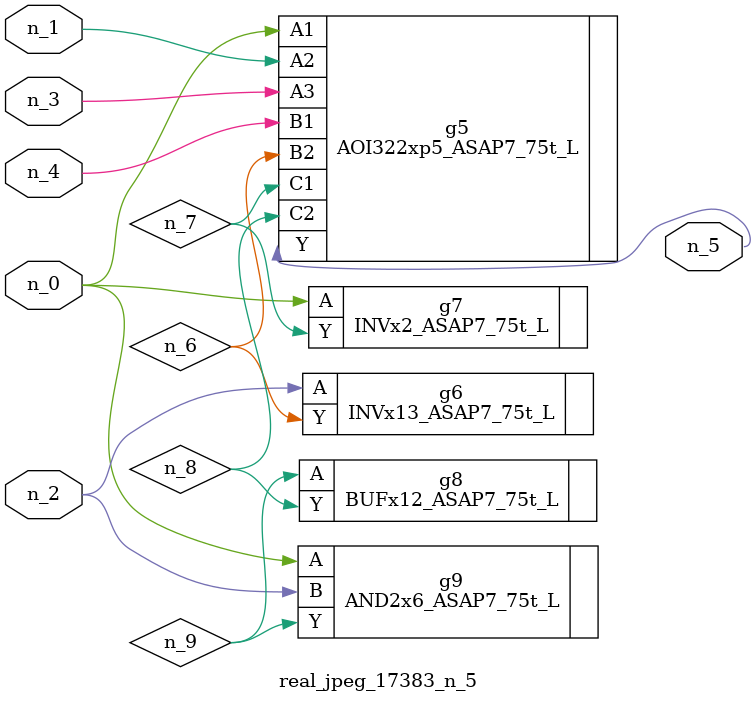
<source format=v>
module real_jpeg_17383_n_5 (n_4, n_0, n_1, n_2, n_3, n_5);

input n_4;
input n_0;
input n_1;
input n_2;
input n_3;

output n_5;

wire n_8;
wire n_6;
wire n_7;
wire n_9;

AOI322xp5_ASAP7_75t_L g5 ( 
.A1(n_0),
.A2(n_1),
.A3(n_3),
.B1(n_4),
.B2(n_6),
.C1(n_7),
.C2(n_8),
.Y(n_5)
);

INVx2_ASAP7_75t_L g7 ( 
.A(n_0),
.Y(n_7)
);

AND2x6_ASAP7_75t_L g9 ( 
.A(n_0),
.B(n_2),
.Y(n_9)
);

INVx13_ASAP7_75t_L g6 ( 
.A(n_2),
.Y(n_6)
);

BUFx12_ASAP7_75t_L g8 ( 
.A(n_9),
.Y(n_8)
);


endmodule
</source>
